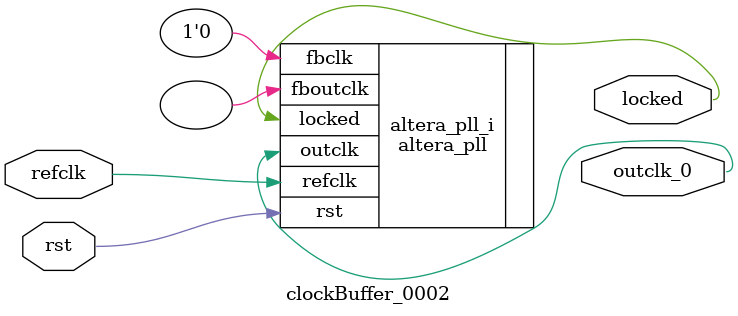
<source format=v>
`timescale 1ns/10ps
module  clockBuffer_0002(

	// interface 'refclk'
	input wire refclk,

	// interface 'reset'
	input wire rst,

	// interface 'outclk0'
	output wire outclk_0,

	// interface 'locked'
	output wire locked
);

	altera_pll #(
		.fractional_vco_multiplier("false"),
		.reference_clock_frequency("50.0 MHz"),
		.operation_mode("direct"),
		.number_of_clocks(1),
		.output_clock_frequency0("50.000000 MHz"),
		.phase_shift0("0 ps"),
		.duty_cycle0(50),
		.output_clock_frequency1("0 MHz"),
		.phase_shift1("0 ps"),
		.duty_cycle1(50),
		.output_clock_frequency2("0 MHz"),
		.phase_shift2("0 ps"),
		.duty_cycle2(50),
		.output_clock_frequency3("0 MHz"),
		.phase_shift3("0 ps"),
		.duty_cycle3(50),
		.output_clock_frequency4("0 MHz"),
		.phase_shift4("0 ps"),
		.duty_cycle4(50),
		.output_clock_frequency5("0 MHz"),
		.phase_shift5("0 ps"),
		.duty_cycle5(50),
		.output_clock_frequency6("0 MHz"),
		.phase_shift6("0 ps"),
		.duty_cycle6(50),
		.output_clock_frequency7("0 MHz"),
		.phase_shift7("0 ps"),
		.duty_cycle7(50),
		.output_clock_frequency8("0 MHz"),
		.phase_shift8("0 ps"),
		.duty_cycle8(50),
		.output_clock_frequency9("0 MHz"),
		.phase_shift9("0 ps"),
		.duty_cycle9(50),
		.output_clock_frequency10("0 MHz"),
		.phase_shift10("0 ps"),
		.duty_cycle10(50),
		.output_clock_frequency11("0 MHz"),
		.phase_shift11("0 ps"),
		.duty_cycle11(50),
		.output_clock_frequency12("0 MHz"),
		.phase_shift12("0 ps"),
		.duty_cycle12(50),
		.output_clock_frequency13("0 MHz"),
		.phase_shift13("0 ps"),
		.duty_cycle13(50),
		.output_clock_frequency14("0 MHz"),
		.phase_shift14("0 ps"),
		.duty_cycle14(50),
		.output_clock_frequency15("0 MHz"),
		.phase_shift15("0 ps"),
		.duty_cycle15(50),
		.output_clock_frequency16("0 MHz"),
		.phase_shift16("0 ps"),
		.duty_cycle16(50),
		.output_clock_frequency17("0 MHz"),
		.phase_shift17("0 ps"),
		.duty_cycle17(50),
		.pll_type("General"),
		.pll_subtype("General")
	) altera_pll_i (
		.rst	(rst),
		.outclk	({outclk_0}),
		.locked	(locked),
		.fboutclk	( ),
		.fbclk	(1'b0),
		.refclk	(refclk)
	);
endmodule


</source>
